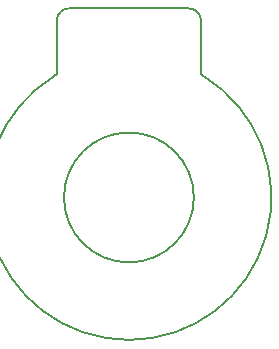
<source format=gm1>
G04 #@! TF.GenerationSoftware,KiCad,Pcbnew,6.0.0-rc1-unknown-7dfc4e3~65~ubuntu18.04.1*
G04 #@! TF.CreationDate,2018-07-28T16:35:14+05:30*
G04 #@! TF.ProjectId,airmount,6169726D6F756E742E6B696361645F70,rev?*
G04 #@! TF.SameCoordinates,Original*
G04 #@! TF.FileFunction,Profile,NP*
%FSLAX46Y46*%
G04 Gerber Fmt 4.6, Leading zero omitted, Abs format (unit mm)*
G04 Created by KiCad (PCBNEW 6.0.0-rc1-unknown-7dfc4e3~65~ubuntu18.04.1) date Sat Jul 28 16:35:14 2018*
%MOMM*%
%LPD*%
G01*
G04 APERTURE LIST*
%ADD10C,0.127000*%
%ADD11C,0.150000*%
G04 APERTURE END LIST*
D10*
X127000000Y-100961107D02*
G75*
G02X120703340Y-78613000I0J12061107D01*
G01*
X133300541Y-78610811D02*
G75*
G02X127000000Y-100965000I-6300541J-10289189D01*
G01*
X133299200Y-78610460D02*
X133096000Y-78486000D01*
X120700800Y-78613000D02*
X120904000Y-78486000D01*
X132080000Y-72898000D02*
G75*
G02X133096000Y-73914000I0J-1016000D01*
G01*
X120904000Y-73914000D02*
G75*
G02X121920000Y-72898000I1016000J0D01*
G01*
X120904000Y-73914000D02*
X120904000Y-78486000D01*
X132080000Y-72898000D02*
X121920000Y-72898000D01*
X133096000Y-78486000D02*
X133096000Y-73914000D01*
D11*
X132500000Y-88900000D02*
G75*
G03X132500000Y-88900000I-5500000J0D01*
G01*
M02*

</source>
